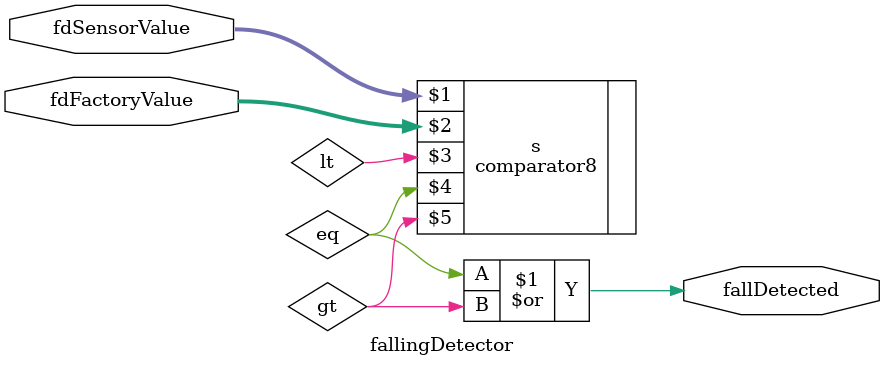
<source format=v>
`timescale 1 ns/1 ns
module fallingDetector(
 fdSensorValue,
 fdFactoryValue,
 fallDetected);
input [7:0] fdSensorValue;
input [7:0] fdFactoryValue;
output fallDetected;
	 
	 wire lt,eq,gt;
	 
	 comparator8 s(fdSensorValue,fdFactoryValue,lt,eq,gt);
	 
	 or
	 g1(fallDetected,eq,gt);
	 


endmodule

</source>
